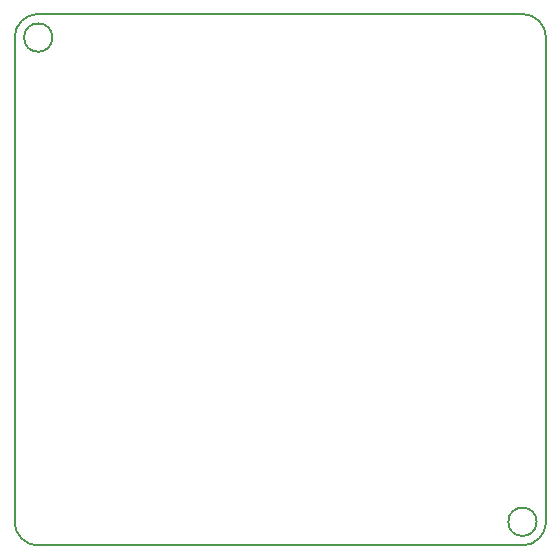
<source format=gko>
%FSLAX25Y25*%
%MOIN*%
G70*
G01*
G75*
G04 Layer_Color=16711935*
%ADD10R,0.02500X0.02000*%
%ADD11R,0.02600X0.01800*%
%ADD12R,0.02756X0.02362*%
%ADD13R,0.01575X0.01181*%
%ADD14R,0.03937X0.01575*%
%ADD15R,0.03937X0.07874*%
%ADD16R,0.01800X0.02600*%
%ADD17R,0.11811X0.04213*%
%ADD18R,0.03000X0.03500*%
%ADD19R,0.03500X0.03000*%
%ADD20R,0.08661X0.04134*%
%ADD21R,0.04331X0.03937*%
%ADD22R,0.03937X0.04331*%
%ADD23R,0.04134X0.08661*%
%ADD24R,0.37008X0.27559*%
%ADD25O,0.08000X0.03100*%
%ADD26O,0.03100X0.08000*%
%ADD27R,0.02000X0.02500*%
%ADD28O,0.07087X0.02362*%
%ADD29O,0.02362X0.07087*%
%ADD30C,0.01500*%
%ADD31C,0.01000*%
%ADD32C,0.02000*%
%ADD33C,0.03000*%
%ADD34C,0.04000*%
%ADD35C,0.03150*%
%ADD36C,0.06000*%
%ADD37R,0.06000X0.06000*%
%ADD38C,0.02500*%
%ADD39C,0.04000*%
%ADD40R,0.04921X0.07874*%
%ADD41R,0.07087X0.12992*%
%ADD42R,0.09449X0.07087*%
%ADD43R,0.09843X0.04724*%
%ADD44R,0.05906X0.06693*%
%ADD45R,0.03150X0.05118*%
%ADD46R,0.01181X0.01575*%
%ADD47R,0.09449X0.10236*%
%ADD48C,0.07000*%
%ADD49C,0.06000*%
%ADD50C,0.00787*%
%ADD51C,0.00500*%
%ADD52C,0.01600*%
%ADD53C,0.00600*%
%ADD54C,0.00800*%
%ADD55R,0.02537X0.00700*%
%ADD56C,0.00100*%
%ADD57C,0.00700*%
%ADD58R,0.01181X0.08412*%
%ADD59R,0.11811X0.01300*%
%ADD60R,0.01870X0.17323*%
%ADD61R,0.13988X0.01000*%
%ADD62R,0.03300X0.02800*%
%ADD63R,0.03400X0.02600*%
%ADD64R,0.03556X0.03162*%
%ADD65R,0.02375X0.01981*%
%ADD66R,0.04737X0.02375*%
%ADD67R,0.04737X0.08674*%
%ADD68R,0.02600X0.03400*%
%ADD69R,0.12611X0.05013*%
%ADD70R,0.03800X0.04300*%
%ADD71R,0.04300X0.03800*%
%ADD72R,0.09461X0.04934*%
%ADD73R,0.05131X0.04737*%
%ADD74R,0.04737X0.05131*%
%ADD75R,0.04934X0.09461*%
%ADD76R,0.37808X0.28359*%
%ADD77O,0.08800X0.03900*%
%ADD78O,0.03900X0.08800*%
%ADD79R,0.02800X0.03300*%
%ADD80O,0.07887X0.03162*%
%ADD81O,0.03162X0.07887*%
%ADD82C,0.06800*%
%ADD83R,0.06800X0.06800*%
%ADD84C,0.04800*%
%ADD85R,0.05721X0.08674*%
%ADD86R,0.07887X0.13792*%
%ADD87R,0.10249X0.07887*%
%ADD88R,0.10642X0.05524*%
%ADD89R,0.06706X0.07493*%
%ADD90R,0.03950X0.05918*%
%ADD91R,0.01981X0.02375*%
%ADD92R,0.10249X0.11036*%
D53*
X174016Y7874D02*
G03*
X174016Y7874I-4724J0D01*
G01*
X12598Y169291D02*
G03*
X12598Y169291I-4724J0D01*
G01*
D54*
X169291Y-0D02*
G03*
X177165Y7874I0J7874D01*
G01*
Y169291D02*
G03*
X169291Y177165I-7874J0D01*
G01*
X7874Y177165D02*
G03*
X0Y169291I0J-7874D01*
G01*
Y7874D02*
G03*
X7874Y-0I7874J0D01*
G01*
X177165Y7874D02*
Y169291D01*
X7874Y177165D02*
X169291D01*
X0Y7874D02*
Y169291D01*
X7874Y-0D02*
X169291D01*
M02*

</source>
